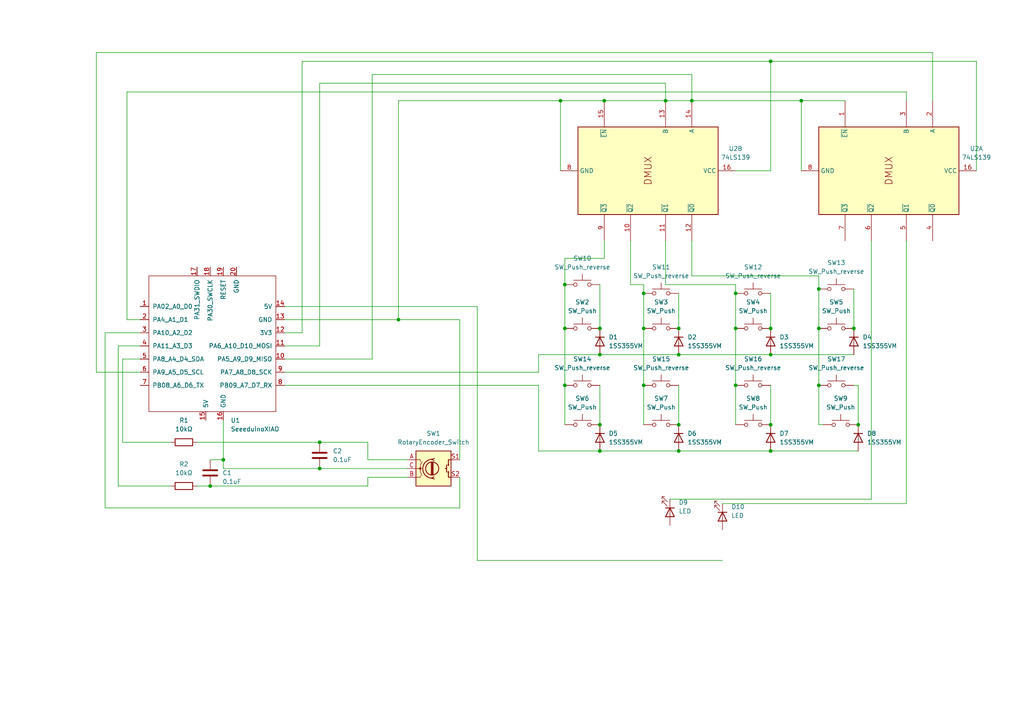
<source format=kicad_sch>
(kicad_sch (version 20250114) (generator "eeschema") (generator_version "9.0")
  (paper "A4")
  (title_block (title "LEFT Parade") (date "2026-01-03") (rev "prototype") (company "EEprotocol"))
  (lib_symbols
    (symbol "74xx_IEEE:74LS139"
      (property "Reference" "U" (at 12.7 22.86 0))
      (property "Value" "74LS139" (at 15.24 -22.86 0))
      (symbol "74LS139_0_0"
        (rectangle (start -12.7 20.32) (end 12.7 -20.32) (stroke (width 0.254)) (fill (type background)))
        (text "DMUX" (at 0 0 0) (effects (font (size 2.032 2.032))))
        (pin power_in line (at 0 25.4 270) (length 5.08) (name "VCC") (number "16"))
        (pin power_in line (at 0 -25.4 90) (length 5.08) (name "GND") (number "8"))
      )
      (symbol "74LS139_1_1"
        (pin input line (at -20.32 12.7 0) (length 7.62) (name "A") (number "2"))
        (pin input line (at -20.32 5.08 0) (length 7.62) (name "B") (number "3"))
        (pin input line (at -20.32 -12.7 0) (length 7.62) (name "~{EN}") (number "1"))
        (pin output line (at 20.32 12.7 180) (length 7.62) (name "~{Q0}") (number "4"))
        (pin output line (at 20.32 5.08 180) (length 7.62) (name "~{Q1}") (number "5"))
        (pin output line (at 20.32 -5.08 180) (length 7.62) (name "~{Q2}") (number "6"))
        (pin output line (at 20.32 -12.7 180) (length 7.62) (name "~{Q3}") (number "7"))
      )
      (symbol "74LS139_2_1"
        (pin input line (at -20.32 12.7 0) (length 7.62) (name "A") (number "14"))
        (pin input line (at -20.32 5.08 0) (length 7.62) (name "B") (number "13"))
        (pin input line (at -20.32 -12.7 0) (length 7.62) (name "~{EN}") (number "15"))
        (pin output line (at 20.32 12.7 180) (length 7.62) (name "~{Q0}") (number "12"))
        (pin output line (at 20.32 5.08 180) (length 7.62) (name "~{Q1}") (number "11"))
        (pin output line (at 20.32 -5.08 180) (length 7.62) (name "~{Q2}") (number "10"))
        (pin output line (at 20.32 -12.7 180) (length 7.62) (name "~{Q3}") (number "9"))
      )
    )
    (symbol "Device:C" (pin_numbers (hide yes)) (pin_names (offset 0.254))
      (property "Reference" "C" (at 0.635 2.54 0))
      (property "Value" "C" (at 0.635 -2.54 0))
      (symbol "C_0_1"
        (polyline (pts (xy -2.032 0.762) (xy 2.032 0.762)) (stroke (width 0.508)))
        (polyline (pts (xy -2.032 -0.762) (xy 2.032 -0.762)) (stroke (width 0.508)))
      )
      (symbol "C_1_1"
        (pin passive line (at 0 3.81 270) (length 2.794) (name "~") (number "1"))
        (pin passive line (at 0 -3.81 90) (length 2.794) (name "~") (number "2"))
      )
    )
    (symbol "Device:LED" (pin_numbers (hide yes)) (pin_names (offset 1.016) (hide yes))
      (property "Reference" "D" (at 0 2.54 0))
      (property "Value" "LED" (at 0 -2.54 0))
      (symbol "LED_0_1"
        (polyline (pts (xy -3.048 -0.762) (xy -4.572 -2.286) (xy -3.81 -2.286) (xy -4.572 -2.286) (xy -4.572 -1.524)))
        (polyline (pts (xy -1.778 -0.762) (xy -3.302 -2.286) (xy -2.54 -2.286) (xy -3.302 -2.286) (xy -3.302 -1.524)))
        (polyline (pts (xy -1.27 0) (xy 1.27 0)))
        (polyline (pts (xy -1.27 -1.27) (xy -1.27 1.27)) (stroke (width 0.254)))
        (polyline (pts (xy 1.27 -1.27) (xy 1.27 1.27) (xy -1.27 0) (xy 1.27 -1.27)) (stroke (width 0.254)))
      )
      (symbol "LED_1_1"
        (pin passive line (at -3.81 0 0) (length 2.54) (name "K") (number "1"))
        (pin passive line (at 3.81 0 180) (length 2.54) (name "A") (number "2"))
      )
    )
    (symbol "Device:R" (pin_numbers (hide yes)) (pin_names (offset 0))
      (property "Reference" "R" (at 2.032 0 90))
      (property "Value" "R" (at 0 0 90))
      (symbol "R_0_1"
        (rectangle (start -1.016 -2.54) (end 1.016 2.54) (stroke (width 0.254)))
      )
      (symbol "R_1_1"
        (pin passive line (at 0 3.81 270) (length 1.27) (name "~") (number "1"))
        (pin passive line (at 0 -3.81 90) (length 1.27) (name "~") (number "2"))
      )
    )
    (symbol "Device:RotaryEncoder_Switch" (pin_names (offset 0.254) (hide yes))
      (property "Reference" "SW" (at 0 6.604 0))
      (property "Value" "RotaryEncoder_Switch" (at 0 -6.604 0))
      (symbol "RotaryEncoder_Switch_0_1"
        (rectangle (start -5.08 5.08) (end 5.08 -5.08) (stroke (width 0.254)) (fill (type background)))
        (polyline (pts (xy -5.08 2.54) (xy -3.81 2.54) (xy -3.81 2.032)))
        (polyline (pts (xy -5.08 0) (xy -3.81 0) (xy -3.81 -1.016) (xy -3.302 -2.032)))
        (polyline (pts (xy -5.08 -2.54) (xy -3.81 -2.54) (xy -3.81 -2.032)))
        (polyline (pts (xy -4.318 0) (xy -3.81 0) (xy -3.81 1.016) (xy -3.302 2.032)))
        (circle (center -3.81 0) (radius 0.254) (fill (type outline)))
        (polyline (pts (xy -0.635 -1.778) (xy -0.635 1.778)) (stroke (width 0.254)))
        (circle (center -0.381 0) (radius 1.905) (stroke (width 0.254)))
        (polyline (pts (xy -0.381 -1.778) (xy -0.381 1.778)) (stroke (width 0.254)))
        (arc (start -0.381 -2.794) (mid -3.0988 -0.0635) (end -0.381 2.667) (stroke (width 0.254)))
        (polyline (pts (xy -0.127 1.778) (xy -0.127 -1.778)) (stroke (width 0.254)))
        (polyline (pts (xy 0.254 2.921) (xy -0.508 2.667) (xy 0.127 2.286)) (stroke (width 0.254)))
        (polyline (pts (xy 0.254 -3.048) (xy -0.508 -2.794) (xy 0.127 -2.413)) (stroke (width 0.254)))
        (polyline (pts (xy 3.81 1.016) (xy 3.81 -1.016)) (stroke (width 0.254)))
        (polyline (pts (xy 3.81 0) (xy 3.429 0)) (stroke (width 0.254)))
        (circle (center 4.318 1.016) (radius 0.127) (stroke (width 0.254)))
        (circle (center 4.318 -1.016) (radius 0.127) (stroke (width 0.254)))
        (polyline (pts (xy 5.08 2.54) (xy 4.318 2.54) (xy 4.318 1.016)) (stroke (width 0.254)))
        (polyline (pts (xy 5.08 -2.54) (xy 4.318 -2.54) (xy 4.318 -1.016)) (stroke (width 0.254)))
      )
      (symbol "RotaryEncoder_Switch_1_1"
        (pin passive line (at -7.62 2.54 0) (length 2.54) (name "A") (number "A"))
        (pin passive line (at -7.62 0 0) (length 2.54) (name "C") (number "C"))
        (pin passive line (at -7.62 -2.54 0) (length 2.54) (name "B") (number "B"))
        (pin passive line (at 7.62 2.54 180) (length 2.54) (name "S1") (number "S1"))
        (pin passive line (at 7.62 -2.54 180) (length 2.54) (name "S2") (number "S2"))
      )
    )
    (symbol "Diode:1SS355VM" (pin_numbers (hide yes)) (pin_names (hide yes))
      (property "Reference" "D" (at 0 2.54 0))
      (property "Value" "1SS355VM" (at 0 -2.54 0))
      (symbol "1SS355VM_0_1"
        (polyline (pts (xy -1.27 1.27) (xy -1.27 -1.27)) (stroke (width 0.254)))
        (polyline (pts (xy 1.27 1.27) (xy 1.27 -1.27) (xy -1.27 0) (xy 1.27 1.27)) (stroke (width 0.254)))
        (polyline (pts (xy 1.27 0) (xy -1.27 0)))
      )
      (symbol "1SS355VM_1_1"
        (pin passive line (at -3.81 0 0) (length 2.54) (name "K") (number "1"))
        (pin passive line (at 3.81 0 180) (length 2.54) (name "A") (number "2"))
      )
    )
    (symbol "Switch:SW_Push" (pin_numbers (hide yes)) (pin_names (offset 1.016) (hide yes))
      (property "Reference" "SW" (at 1.27 2.54 0))
      (property "Value" "SW_Push" (at 0 -1.524 0))
      (symbol "SW_Push_0_1"
        (circle (center -2.032 0) (radius 0.508))
        (polyline (pts (xy 0 1.27) (xy 0 3.048)))
        (circle (center 2.032 0) (radius 0.508))
        (polyline (pts (xy 2.54 1.27) (xy -2.54 1.27)))
        (pin passive line (at -5.08 0 0) (length 2.54) (name "1") (number "1"))
        (pin passive line (at 5.08 0 180) (length 2.54) (name "2") (number "2"))
      )
    )
    (symbol "esp32_xiao:SeeeduinoXIAO" (pin_names (offset 1.016))
      (property "Reference" "U" (at -19.05 22.86 0))
      (property "Value" "SeeeduinoXIAO" (at -12.7 21.59 0))
      (symbol "SeeeduinoXIAO_0_1"
        (rectangle (start -19.05 20.32) (end 17.78 -19.05))
      )
      (symbol "SeeeduinoXIAO_1_1"
        (pin unspecified line (at -21.59 11.43 0) (length 2.54) (name "PA02_A0_D0") (number "1"))
        (pin unspecified line (at -21.59 7.62 0) (length 2.54) (name "PA4_A1_D1") (number "2"))
        (pin unspecified line (at -21.59 3.81 0) (length 2.54) (name "PA10_A2_D2") (number "3"))
        (pin unspecified line (at -21.59 0 0) (length 2.54) (name "PA11_A3_D3") (number "4"))
        (pin unspecified line (at -21.59 -3.81 0) (length 2.54) (name "PA8_A4_D4_SDA") (number "5"))
        (pin unspecified line (at -21.59 -7.62 0) (length 2.54) (name "PA9_A5_D5_SCL") (number "6"))
        (pin unspecified line (at -21.59 -11.43 0) (length 2.54) (name "PB08_A6_D6_TX") (number "7"))
        (pin input line (at -5.08 22.86 270) (length 2.54) (name "PA31_SWDIO") (number "17"))
        (pin input line (at -2.54 -21.59 90) (length 2.54) (name "5V") (number "15"))
        (pin input line (at -1.27 22.86 270) (length 2.54) (name "PA30_SWCLK") (number "18"))
        (pin input line (at 2.54 22.86 270) (length 2.54) (name "RESET") (number "19"))
        (pin input line (at 2.54 -21.59 90) (length 2.54) (name "GND") (number "16"))
        (pin input line (at 6.35 22.86 270) (length 2.54) (name "GND") (number "20"))
        (pin unspecified line (at 20.32 11.43 180) (length 2.54) (name "5V") (number "14"))
        (pin unspecified line (at 20.32 7.62 180) (length 2.54) (name "GND") (number "13"))
        (pin unspecified line (at 20.32 3.81 180) (length 2.54) (name "3V3") (number "12"))
        (pin unspecified line (at 20.32 0 180) (length 2.54) (name "PA6_A10_D10_MOSI") (number "11"))
        (pin unspecified line (at 20.32 -3.81 180) (length 2.54) (name "PA5_A9_D9_MISO") (number "10"))
        (pin unspecified line (at 20.32 -7.62 180) (length 2.54) (name "PA7_A8_D8_SCK") (number "9"))
        (pin unspecified line (at 20.32 -11.43 180) (length 2.54) (name "PB09_A7_D7_RX") (number "8"))
      )
    )
  )
  (junction (at 223.52 123.19))
  (junction (at 92.71 128.27))
  (junction (at 196.85 130.81))
  (junction (at 200.66 29.21))
  (junction (at 173.99 95.25))
  (junction (at 163.83 82.55))
  (junction (at 175.26 29.21))
  (junction (at 237.49 95.25))
  (junction (at 173.99 102.87))
  (junction (at 173.99 123.19))
  (junction (at 237.49 111.76))
  (junction (at 196.85 102.87))
  (junction (at 213.36 111.76))
  (junction (at 186.69 111.76))
  (junction (at 223.52 95.25))
  (junction (at 237.49 83.82))
  (junction (at 115.57 92.71))
  (junction (at 193.04 29.21))
  (junction (at 173.99 130.81))
  (junction (at 163.83 95.25))
  (junction (at 60.96 140.97))
  (junction (at 223.52 130.81))
  (junction (at 232.41 29.21))
  (junction (at 213.36 95.25))
  (junction (at 196.85 123.19))
  (junction (at 186.69 85.09))
  (junction (at 248.92 123.19))
  (junction (at 186.69 95.25))
  (junction (at 196.85 95.25))
  (junction (at 213.36 85.09))
  (junction (at 162.56 29.21))
  (junction (at 163.83 111.76))
  (junction (at 223.52 102.87))
  (junction (at 223.52 17.78))
  (junction (at 247.65 95.25))
  (junction (at 64.77 133.35))
  (junction (at 92.71 135.89))
  (wire (pts (xy 27.94 15.24) (xy 27.94 107.95)))
  (wire (pts (xy 213.36 111.76) (xy 213.36 123.19)))
  (wire (pts (xy 133.35 92.71) (xy 115.57 92.71)))
  (wire (pts (xy 186.69 85.09) (xy 186.69 95.25)))
  (wire (pts (xy 30.48 96.52) (xy 30.48 147.32)))
  (wire (pts (xy 156.21 111.76) (xy 156.21 130.81)))
  (wire (pts (xy 106.68 140.97) (xy 60.96 140.97)))
  (wire (pts (xy 35.56 104.14) (xy 40.64 104.14)))
  (wire (pts (xy 115.57 92.71) (xy 82.55 92.71)))
  (wire (pts (xy 193.04 24.13) (xy 92.71 24.13)))
  (wire (pts (xy 175.26 29.21) (xy 193.04 29.21)))
  (wire (pts (xy 252.73 144.78) (xy 194.31 144.78)))
  (wire (pts (xy 262.89 26.67) (xy 36.83 26.67)))
  (wire (pts (xy 64.77 135.89) (xy 64.77 133.35)))
  (wire (pts (xy 223.52 130.81) (xy 248.92 130.81)))
  (wire (pts (xy 213.36 85.09) (xy 213.36 95.25)))
  (wire (pts (xy 196.85 111.76) (xy 196.85 123.19)))
  (wire (pts (xy 248.92 111.76) (xy 248.92 123.19)))
  (wire (pts (xy 163.83 111.76) (xy 163.83 123.19)))
  (wire (pts (xy 106.68 138.43) (xy 106.68 140.97)))
  (wire (pts (xy 175.26 29.21) (xy 162.56 29.21)))
  (wire (pts (xy 200.66 69.85) (xy 200.66 80.01)))
  (wire (pts (xy 107.95 21.59) (xy 107.95 104.14)))
  (wire (pts (xy 133.35 133.35) (xy 133.35 92.71)))
  (wire (pts (xy 237.49 111.76) (xy 237.49 123.19)))
  (wire (pts (xy 133.35 147.32) (xy 133.35 138.43)))
  (wire (pts (xy 156.21 107.95) (xy 156.21 102.87)))
  (wire (pts (xy 262.89 146.05) (xy 209.55 146.05)))
  (wire (pts (xy 175.26 74.93) (xy 175.26 69.85)))
  (wire (pts (xy 247.65 83.82) (xy 247.65 95.25)))
  (wire (pts (xy 186.69 111.76) (xy 186.69 123.19)))
  (wire (pts (xy 162.56 29.21) (xy 115.57 29.21)))
  (wire (pts (xy 49.53 128.27) (xy 35.56 128.27)))
  (wire (pts (xy 193.04 29.21) (xy 193.04 24.13)))
  (wire (pts (xy 223.52 111.76) (xy 223.52 123.19)))
  (wire (pts (xy 118.11 135.89) (xy 92.71 135.89)))
  (wire (pts (xy 237.49 83.82) (xy 237.49 95.25)))
  (wire (pts (xy 232.41 29.21) (xy 232.41 49.53)))
  (wire (pts (xy 49.53 140.97) (xy 34.29 140.97)))
  (wire (pts (xy 118.11 138.43) (xy 106.68 138.43)))
  (wire (pts (xy 247.65 111.76) (xy 248.92 111.76)))
  (wire (pts (xy 223.52 17.78) (xy 283.21 17.78)))
  (wire (pts (xy 118.11 133.35) (xy 106.68 133.35)))
  (wire (pts (xy 82.55 88.9) (xy 138.43 88.9)))
  (wire (pts (xy 36.83 26.67) (xy 36.83 92.71)))
  (wire (pts (xy 106.68 133.35) (xy 106.68 128.27)))
  (wire (pts (xy 87.63 96.52) (xy 82.55 96.52)))
  (wire (pts (xy 107.95 104.14) (xy 82.55 104.14)))
  (wire (pts (xy 200.66 21.59) (xy 107.95 21.59)))
  (wire (pts (xy 193.04 82.55) (xy 213.36 82.55)))
  (wire (pts (xy 163.83 95.25) (xy 163.83 111.76)))
  (wire (pts (xy 213.36 82.55) (xy 213.36 85.09)))
  (wire (pts (xy 173.99 130.81) (xy 196.85 130.81)))
  (wire (pts (xy 196.85 85.09) (xy 196.85 95.25)))
  (wire (pts (xy 186.69 95.25) (xy 186.69 111.76)))
  (wire (pts (xy 138.43 88.9) (xy 138.43 162.56)))
  (wire (pts (xy 173.99 82.55) (xy 173.99 95.25)))
  (wire (pts (xy 223.52 85.09) (xy 223.52 95.25)))
  (wire (pts (xy 262.89 29.21) (xy 262.89 26.67)))
  (wire (pts (xy 138.43 162.56) (xy 209.55 162.56)))
  (wire (pts (xy 60.96 140.97) (xy 57.15 140.97)))
  (wire (pts (xy 163.83 74.93) (xy 175.26 74.93)))
  (wire (pts (xy 27.94 107.95) (xy 40.64 107.95)))
  (wire (pts (xy 173.99 102.87) (xy 196.85 102.87)))
  (wire (pts (xy 186.69 82.55) (xy 186.69 85.09)))
  (wire (pts (xy 193.04 29.21) (xy 200.66 29.21)))
  (wire (pts (xy 213.36 49.53) (xy 223.52 49.53)))
  (wire (pts (xy 30.48 147.32) (xy 133.35 147.32)))
  (wire (pts (xy 36.83 92.71) (xy 40.64 92.71)))
  (wire (pts (xy 60.96 133.35) (xy 64.77 133.35)))
  (wire (pts (xy 182.88 69.85) (xy 182.88 82.55)))
  (wire (pts (xy 82.55 111.76) (xy 156.21 111.76)))
  (wire (pts (xy 92.71 135.89) (xy 64.77 135.89)))
  (wire (pts (xy 223.52 17.78) (xy 87.63 17.78)))
  (wire (pts (xy 237.49 123.19) (xy 238.76 123.19)))
  (wire (pts (xy 245.11 29.21) (xy 232.41 29.21)))
  (wire (pts (xy 196.85 102.87) (xy 223.52 102.87)))
  (wire (pts (xy 223.52 102.87) (xy 247.65 102.87)))
  (wire (pts (xy 34.29 100.33) (xy 40.64 100.33)))
  (wire (pts (xy 106.68 128.27) (xy 92.71 128.27)))
  (wire (pts (xy 237.49 95.25) (xy 237.49 111.76)))
  (wire (pts (xy 283.21 17.78) (xy 283.21 49.53)))
  (wire (pts (xy 82.55 107.95) (xy 156.21 107.95)))
  (wire (pts (xy 156.21 102.87) (xy 173.99 102.87)))
  (wire (pts (xy 34.29 140.97) (xy 34.29 100.33)))
  (wire (pts (xy 64.77 133.35) (xy 64.77 121.92)))
  (wire (pts (xy 115.57 29.21) (xy 115.57 92.71)))
  (wire (pts (xy 82.55 100.33) (xy 92.71 100.33)))
  (wire (pts (xy 162.56 29.21) (xy 162.56 49.53)))
  (wire (pts (xy 262.89 69.85) (xy 262.89 146.05)))
  (wire (pts (xy 270.51 15.24) (xy 27.94 15.24)))
  (wire (pts (xy 213.36 95.25) (xy 213.36 111.76)))
  (wire (pts (xy 35.56 128.27) (xy 35.56 104.14)))
  (wire (pts (xy 173.99 111.76) (xy 173.99 123.19)))
  (wire (pts (xy 163.83 95.25) (xy 163.83 82.55)))
  (wire (pts (xy 193.04 69.85) (xy 193.04 82.55)))
  (wire (pts (xy 237.49 80.01) (xy 237.49 83.82)))
  (wire (pts (xy 92.71 24.13) (xy 92.71 100.33)))
  (wire (pts (xy 87.63 17.78) (xy 87.63 96.52)))
  (wire (pts (xy 200.66 29.21) (xy 200.66 21.59)))
  (wire (pts (xy 182.88 82.55) (xy 186.69 82.55)))
  (wire (pts (xy 92.71 128.27) (xy 57.15 128.27)))
  (wire (pts (xy 270.51 29.21) (xy 270.51 15.24)))
  (wire (pts (xy 200.66 80.01) (xy 237.49 80.01)))
  (wire (pts (xy 200.66 29.21) (xy 232.41 29.21)))
  (wire (pts (xy 156.21 130.81) (xy 173.99 130.81)))
  (wire (pts (xy 196.85 130.81) (xy 223.52 130.81)))
  (wire (pts (xy 163.83 82.55) (xy 163.83 74.93)))
  (wire (pts (xy 40.64 96.52) (xy 30.48 96.52)))
  (wire (pts (xy 252.73 69.85) (xy 252.73 144.78)))
  (wire (pts (xy 223.52 49.53) (xy 223.52 17.78)))
  (symbol (lib_id "Switch:SW_Push") (at 242.57 95.25 0) (unit 1)
    (property "Reference" "SW5" (at 242.57 87.63 0))
    (property "Value" "SW_Push" (at 242.57 90.17 0))
    (property "Footprint" "Button_Switch_Keyboard:SW_Cherry_MX_1.25u_PCB" (effects (hide yes)))
    (property "Description" "Push button switch, generic, two pins" (effects (hide yes)))
  )
  (symbol (lib_id "Device:LED") (at 194.31 148.59 270) (unit 1)
    (property "Reference" "D9" (at 196.85 145.7324 90) (effects (justify left)))
    (property "Value" "LED" (at 196.85 148.2724 90) (effects (justify left)))
    (property "Description" "Light emitting diode" (effects (hide yes)))
    (property "Sim.Pins" "1=K 2=A" (effects (hide yes)))
  )
  (symbol (lib_id "Switch:SW_Push") (at 218.44 85.09 0) (unit 1)
    (property "Reference" "SW12" (at 218.44 77.47 0))
    (property "Value" "SW_Push_reverse" (at 218.44 80.01 0))
    (property "Footprint" "Button_Switch_Keyboard:SW_Cherry_MX_1.25u_PCB" (effects (hide yes)))
    (property "Description" "Push button switch, generic, two pins" (effects (hide yes)))
  )
  (symbol (lib_id "Switch:SW_Push") (at 168.91 111.76 0) (unit 1)
    (property "Reference" "SW14" (at 168.91 104.14 0))
    (property "Value" "SW_Push_reverse" (at 168.91 106.68 0))
    (property "Footprint" "Button_Switch_Keyboard:SW_Cherry_MX_1.25u_PCB" (effects (hide yes)))
    (property "Description" "Push button switch, generic, two pins" (effects (hide yes)))
  )
  (symbol (lib_id "Switch:SW_Push") (at 243.84 123.19 0) (unit 1)
    (property "Reference" "SW9" (at 243.84 115.57 0))
    (property "Value" "SW_Push" (at 243.84 118.11 0))
    (property "Footprint" "Button_Switch_Keyboard:SW_Cherry_MX_1.25u_PCB" (effects (hide yes)))
    (property "Description" "Push button switch, generic, two pins" (effects (hide yes)))
  )
  (symbol (lib_id "74xx_IEEE:74LS139") (at 257.81 49.53 270) (unit 1)
    (property "Reference" "U2" (at 283.21 43.1098 90))
    (property "Value" "74LS139" (at 283.21 45.6498 90))
    (property "Datasheet" "http://www.ti.com/lit/ds/symlink/sn74ls139a.pdf" (effects (hide yes)))
    (property "Description" "Dual Decoder 1 of 4, Active low outputs" (effects (hide yes)))
  )
  (symbol (lib_id "esp32_xiao:SeeeduinoXIAO") (at 62.23 100.33 0) (unit 1)
    (property "Reference" "U1" (at 66.9133 121.92 0) (effects (justify left)))
    (property "Value" "SeeeduinoXIAO" (at 66.9133 124.46 0) (effects (justify left)))
  )
  (symbol (lib_id "Switch:SW_Push") (at 191.77 111.76 0) (unit 1)
    (property "Reference" "SW15" (at 191.77 104.14 0))
    (property "Value" "SW_Push_reverse" (at 191.77 106.68 0))
    (property "Footprint" "Button_Switch_Keyboard:SW_Cherry_MX_1.25u_PCB" (effects (hide yes)))
    (property "Description" "Push button switch, generic, two pins" (effects (hide yes)))
  )
  (symbol (lib_id "Switch:SW_Push") (at 191.77 85.09 0) (unit 1)
    (property "Reference" "SW11" (at 191.77 77.47 0))
    (property "Value" "SW_Push_reverse" (at 191.77 80.01 0))
    (property "Footprint" "Button_Switch_Keyboard:SW_Cherry_MX_1.25u_PCB" (effects (hide yes)))
    (property "Description" "Push button switch, generic, two pins" (effects (hide yes)))
  )
  (symbol (lib_id "Device:R") (at 53.34 140.97 90) (unit 1)
    (property "Reference" "R2" (at 53.34 134.62 90))
    (property "Value" "10kΩ" (at 53.34 137.16 90))
    (property "Footprint" "Resistor_THT:R_Axial_DIN0207_L6.3mm_D2.5mm_P10.16mm_Horizontal" (effects (hide yes)))
    (property "Description" "Resistor" (effects (hide yes)))
  )
  (symbol (lib_id "Switch:SW_Push") (at 218.44 95.25 0) (unit 1)
    (property "Reference" "SW4" (at 218.44 87.63 0))
    (property "Value" "SW_Push" (at 218.44 90.17 0))
    (property "Footprint" "Button_Switch_Keyboard:SW_Cherry_MX_1.25u_PCB" (effects (hide yes)))
    (property "Description" "Push button switch, generic, two pins" (effects (hide yes)))
  )
  (symbol (lib_id "Switch:SW_Push") (at 242.57 83.82 0) (unit 1)
    (property "Reference" "SW13" (at 242.57 76.2 0))
    (property "Value" "SW_Push_reverse" (at 242.57 78.74 0))
    (property "Footprint" "Button_Switch_Keyboard:SW_Cherry_MX_1.25u_PCB" (effects (hide yes)))
    (property "Description" "Push button switch, generic, two pins" (effects (hide yes)))
  )
  (symbol (lib_id "Switch:SW_Push") (at 218.44 111.76 0) (unit 1)
    (property "Reference" "SW16" (at 218.44 104.14 0))
    (property "Value" "SW_Push_reverse" (at 218.44 106.68 0))
    (property "Footprint" "Button_Switch_Keyboard:SW_Cherry_MX_1.25u_PCB" (effects (hide yes)))
    (property "Description" "Push button switch, generic, two pins" (effects (hide yes)))
  )
  (symbol (lib_id "Switch:SW_Push") (at 242.57 111.76 0) (unit 1)
    (property "Reference" "SW17" (at 242.57 104.14 0))
    (property "Value" "SW_Push_reverse" (at 242.57 106.68 0))
    (property "Footprint" "Button_Switch_Keyboard:SW_Cherry_MX_1.25u_PCB" (effects (hide yes)))
    (property "Description" "Push button switch, generic, two pins" (effects (hide yes)))
  )
  (symbol (lib_id "Device:LED") (at 209.55 149.86 270) (unit 1)
    (property "Reference" "D10" (at 212.09 147.0024 90) (effects (justify left)))
    (property "Value" "LED" (at 212.09 149.5424 90) (effects (justify left)))
    (property "Description" "Light emitting diode" (effects (hide yes)))
    (property "Sim.Pins" "1=K 2=A" (effects (hide yes)))
  )
  (symbol (lib_id "Switch:SW_Push") (at 191.77 123.19 0) (unit 1)
    (property "Reference" "SW7" (at 191.77 115.57 0))
    (property "Value" "SW_Push" (at 191.77 118.11 0))
    (property "Footprint" "Button_Switch_Keyboard:SW_Cherry_MX_1.25u_PCB" (effects (hide yes)))
    (property "Description" "Push button switch, generic, two pins" (effects (hide yes)))
  )
  (symbol (lib_id "Diode:1SS355VM") (at 223.52 99.06 270) (unit 1)
    (property "Reference" "D3" (at 226.06 97.7899 90) (effects (justify left)))
    (property "Value" "1SS355VM" (at 226.06 100.3299 90) (effects (justify left)))
    (property "Footprint" "Diode_THT:D_A-405_P7.62mm_Horizontal" (effects (hide yes)))
    (property "Datasheet" "https://fscdn.rohm.com/en/products/databook/datasheet/discrete/diode/switching/1ss355vmte-17-e.pdf" (effects (hide yes)))
    (property "Description" "90V 0.1A high speed switching Diode, SOD-323F" (effects (hide yes)))
    (property "Sim.Device" "D" (effects (hide yes)))
    (property "Sim.Pins" "1=K 2=A" (effects (hide yes)))
  )
  (symbol (lib_id "Diode:1SS355VM") (at 173.99 127 270) (unit 1)
    (property "Reference" "D5" (at 176.53 125.7299 90) (effects (justify left)))
    (property "Value" "1SS355VM" (at 176.53 128.2699 90) (effects (justify left)))
    (property "Footprint" "Diode_THT:D_A-405_P7.62mm_Horizontal" (effects (hide yes)))
    (property "Datasheet" "https://fscdn.rohm.com/en/products/databook/datasheet/discrete/diode/switching/1ss355vmte-17-e.pdf" (effects (hide yes)))
    (property "Description" "90V 0.1A high speed switching Diode, SOD-323F" (effects (hide yes)))
    (property "Sim.Device" "D" (effects (hide yes)))
    (property "Sim.Pins" "1=K 2=A" (effects (hide yes)))
  )
  (symbol (lib_id "Diode:1SS355VM") (at 223.52 127 270) (unit 1)
    (property "Reference" "D7" (at 226.06 125.7299 90) (effects (justify left)))
    (property "Value" "1SS355VM" (at 226.06 128.2699 90) (effects (justify left)))
    (property "Footprint" "Diode_THT:D_A-405_P7.62mm_Horizontal" (effects (hide yes)))
    (property "Datasheet" "https://fscdn.rohm.com/en/products/databook/datasheet/discrete/diode/switching/1ss355vmte-17-e.pdf" (effects (hide yes)))
    (property "Description" "90V 0.1A high speed switching Diode, SOD-323F" (effects (hide yes)))
    (property "Sim.Device" "D" (effects (hide yes)))
    (property "Sim.Pins" "1=K 2=A" (effects (hide yes)))
  )
  (symbol (lib_id "74xx_IEEE:74LS139") (at 187.96 49.53 270) (unit 2)
    (property "Reference" "U2" (at 213.36 43.1098 90))
    (property "Value" "74LS139" (at 213.36 45.6498 90))
    (property "Footprint" "Package_DIP:CERDIP-16_W7.62mm_SideBrazed" (effects (hide yes)))
    (property "Datasheet" "http://www.ti.com/lit/ds/symlink/sn74ls139a.pdf" (effects (hide yes)))
    (property "Description" "Dual Decoder 1 of 4, Active low outputs" (effects (hide yes)))
  )
  (symbol (lib_id "Switch:SW_Push") (at 191.77 95.25 0) (unit 1)
    (property "Reference" "SW3" (at 191.77 87.63 0))
    (property "Value" "SW_Push" (at 191.77 90.17 0))
    (property "Footprint" "Button_Switch_Keyboard:SW_Cherry_MX_1.25u_PCB" (effects (hide yes)))
    (property "Description" "Push button switch, generic, two pins" (effects (hide yes)))
  )
  (symbol (lib_id "Switch:SW_Push") (at 168.91 95.25 0) (unit 1)
    (property "Reference" "SW2" (at 168.91 87.63 0))
    (property "Value" "SW_Push" (at 168.91 90.17 0))
    (property "Footprint" "Button_Switch_Keyboard:SW_Cherry_MX_1.25u_PCB" (effects (hide yes)))
    (property "Description" "Push button switch, generic, two pins" (effects (hide yes)))
  )
  (symbol (lib_id "Switch:SW_Push") (at 168.91 82.55 0) (unit 1)
    (property "Reference" "SW10" (at 168.91 74.93 0))
    (property "Value" "SW_Push_reverse" (at 168.91 77.47 0))
    (property "Footprint" "Button_Switch_Keyboard:SW_Cherry_MX_1.25u_PCB" (effects (hide yes)))
    (property "Description" "Push button switch, generic, two pins" (effects (hide yes)))
  )
  (symbol (lib_id "Device:R") (at 53.34 128.27 90) (unit 1)
    (property "Reference" "R1" (at 53.34 121.92 90))
    (property "Value" "10kΩ" (at 53.34 124.46 90))
    (property "Footprint" "Resistor_THT:R_Axial_DIN0207_L6.3mm_D2.5mm_P10.16mm_Horizontal" (effects (hide yes)))
    (property "Description" "Resistor" (effects (hide yes)))
  )
  (symbol (lib_id "Device:C") (at 60.96 137.16 0) (unit 1)
    (property "Reference" "C1" (at 64.516 137.16 0) (effects (justify left)))
    (property "Value" "0.1uF" (at 64.516 139.7 0) (effects (justify left)))
    (property "Footprint" "Capacitor_THT:C_Axial_L5.1mm_D3.1mm_P7.50mm_Horizontal" (effects (hide yes)))
    (property "Description" "Unpolarized capacitor" (effects (hide yes)))
  )
  (symbol (lib_id "Diode:1SS355VM") (at 196.85 127 270) (unit 1)
    (property "Reference" "D6" (at 199.39 125.7299 90) (effects (justify left)))
    (property "Value" "1SS355VM" (at 199.39 128.2699 90) (effects (justify left)))
    (property "Footprint" "Diode_THT:D_A-405_P7.62mm_Horizontal" (effects (hide yes)))
    (property "Datasheet" "https://fscdn.rohm.com/en/products/databook/datasheet/discrete/diode/switching/1ss355vmte-17-e.pdf" (effects (hide yes)))
    (property "Description" "90V 0.1A high speed switching Diode, SOD-323F" (effects (hide yes)))
    (property "Sim.Device" "D" (effects (hide yes)))
    (property "Sim.Pins" "1=K 2=A" (effects (hide yes)))
  )
  (symbol (lib_id "Diode:1SS355VM") (at 196.85 99.06 270) (unit 1)
    (property "Reference" "D2" (at 199.39 97.7899 90) (effects (justify left)))
    (property "Value" "1SS355VM" (at 199.39 100.3299 90) (effects (justify left)))
    (property "Footprint" "Diode_THT:D_A-405_P7.62mm_Horizontal" (effects (hide yes)))
    (property "Datasheet" "https://fscdn.rohm.com/en/products/databook/datasheet/discrete/diode/switching/1ss355vmte-17-e.pdf" (effects (hide yes)))
    (property "Description" "90V 0.1A high speed switching Diode, SOD-323F" (effects (hide yes)))
    (property "Sim.Device" "D" (effects (hide yes)))
    (property "Sim.Pins" "1=K 2=A" (effects (hide yes)))
  )
  (symbol (lib_id "Device:RotaryEncoder_Switch") (at 125.73 135.89 0) (unit 1)
    (property "Reference" "SW1" (at 125.73 125.73 0))
    (property "Value" "RotaryEncoder_Switch" (at 125.73 128.27 0))
    (property "Footprint" "Rotary_Encoder:RotaryEncoder_Alps_EC12E-Switch_Vertical_H20mm" (effects (hide yes)))
    (property "Description" "Rotary encoder, dual channel, incremental quadrate outputs, with switch" (effects (hide yes)))
  )
  (symbol (lib_id "Switch:SW_Push") (at 218.44 123.19 0) (unit 1)
    (property "Reference" "SW8" (at 218.44 115.57 0))
    (property "Value" "SW_Push" (at 218.44 118.11 0))
    (property "Footprint" "Button_Switch_Keyboard:SW_Cherry_MX_1.25u_PCB" (effects (hide yes)))
    (property "Description" "Push button switch, generic, two pins" (effects (hide yes)))
  )
  (symbol (lib_id "Device:C") (at 92.71 132.08 0) (unit 1)
    (property "Reference" "C2" (at 96.52 130.8099 0) (effects (justify left)))
    (property "Value" "0.1uF" (at 96.52 133.3499 0) (effects (justify left)))
    (property "Footprint" "Capacitor_THT:C_Axial_L5.1mm_D3.1mm_P7.50mm_Horizontal" (effects (hide yes)))
    (property "Description" "Unpolarized capacitor" (effects (hide yes)))
  )
  (symbol (lib_id "Switch:SW_Push") (at 168.91 123.19 0) (unit 1)
    (property "Reference" "SW6" (at 168.91 115.57 0))
    (property "Value" "SW_Push" (at 168.91 118.11 0))
    (property "Footprint" "Button_Switch_Keyboard:SW_Cherry_MX_1.25u_PCB" (effects (hide yes)))
    (property "Description" "Push button switch, generic, two pins" (effects (hide yes)))
  )
  (symbol (lib_id "Diode:1SS355VM") (at 173.99 99.06 270) (unit 1)
    (property "Reference" "D1" (at 176.53 97.7899 90) (effects (justify left)))
    (property "Value" "1SS355VM" (at 176.53 100.3299 90) (effects (justify left)))
    (property "Footprint" "Diode_THT:D_A-405_P7.62mm_Horizontal" (effects (hide yes)))
    (property "Datasheet" "https://fscdn.rohm.com/en/products/databook/datasheet/discrete/diode/switching/1ss355vmte-17-e.pdf" (effects (hide yes)))
    (property "Description" "90V 0.1A high speed switching Diode, SOD-323F" (effects (hide yes)))
    (property "Sim.Device" "D" (effects (hide yes)))
    (property "Sim.Pins" "1=K 2=A" (effects (hide yes)))
  )
  (symbol (lib_id "Diode:1SS355VM") (at 248.92 127 270) (unit 1)
    (property "Reference" "D8" (at 251.46 125.7299 90) (effects (justify left)))
    (property "Value" "1SS355VM" (at 251.46 128.2699 90) (effects (justify left)))
    (property "Footprint" "Diode_THT:D_A-405_P7.62mm_Horizontal" (effects (hide yes)))
    (property "Datasheet" "https://fscdn.rohm.com/en/products/databook/datasheet/discrete/diode/switching/1ss355vmte-17-e.pdf" (effects (hide yes)))
    (property "Description" "90V 0.1A high speed switching Diode, SOD-323F" (effects (hide yes)))
    (property "Sim.Device" "D" (effects (hide yes)))
    (property "Sim.Pins" "1=K 2=A" (effects (hide yes)))
  )
  (symbol (lib_id "Diode:1SS355VM") (at 247.65 99.06 270) (unit 1)
    (property "Reference" "D4" (at 250.19 97.7899 90) (effects (justify left)))
    (property "Value" "1SS355VM" (at 250.19 100.3299 90) (effects (justify left)))
    (property "Footprint" "Diode_THT:D_A-405_P7.62mm_Horizontal" (effects (hide yes)))
    (property "Datasheet" "https://fscdn.rohm.com/en/products/databook/datasheet/discrete/diode/switching/1ss355vmte-17-e.pdf" (effects (hide yes)))
    (property "Description" "90V 0.1A high speed switching Diode, SOD-323F" (effects (hide yes)))
    (property "Sim.Device" "D" (effects (hide yes)))
    (property "Sim.Pins" "1=K 2=A" (effects (hide yes)))
  )
)
</source>
